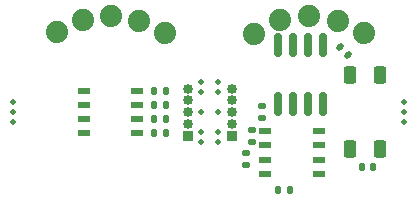
<source format=gbr>
%TF.GenerationSoftware,KiCad,Pcbnew,9.0.4*%
%TF.CreationDate,2025-12-16T21:44:14-08:00*%
%TF.ProjectId,Droplet,44726f70-6c65-4742-9e6b-696361645f70,rev?*%
%TF.SameCoordinates,Original*%
%TF.FileFunction,Soldermask,Top*%
%TF.FilePolarity,Negative*%
%FSLAX46Y46*%
G04 Gerber Fmt 4.6, Leading zero omitted, Abs format (unit mm)*
G04 Created by KiCad (PCBNEW 9.0.4) date 2025-12-16 21:44:14*
%MOMM*%
%LPD*%
G01*
G04 APERTURE LIST*
G04 Aperture macros list*
%AMRoundRect*
0 Rectangle with rounded corners*
0 $1 Rounding radius*
0 $2 $3 $4 $5 $6 $7 $8 $9 X,Y pos of 4 corners*
0 Add a 4 corners polygon primitive as box body*
4,1,4,$2,$3,$4,$5,$6,$7,$8,$9,$2,$3,0*
0 Add four circle primitives for the rounded corners*
1,1,$1+$1,$2,$3*
1,1,$1+$1,$4,$5*
1,1,$1+$1,$6,$7*
1,1,$1+$1,$8,$9*
0 Add four rect primitives between the rounded corners*
20,1,$1+$1,$2,$3,$4,$5,0*
20,1,$1+$1,$4,$5,$6,$7,0*
20,1,$1+$1,$6,$7,$8,$9,0*
20,1,$1+$1,$8,$9,$2,$3,0*%
G04 Aperture macros list end*
%ADD10RoundRect,0.135000X-0.135000X-0.185000X0.135000X-0.185000X0.135000X0.185000X-0.135000X0.185000X0*%
%ADD11R,0.850000X0.850000*%
%ADD12C,0.850000*%
%ADD13C,1.879600*%
%ADD14C,0.500000*%
%ADD15RoundRect,0.150000X-0.150000X0.825000X-0.150000X-0.825000X0.150000X-0.825000X0.150000X0.825000X0*%
%ADD16R,1.100000X0.540000*%
%ADD17RoundRect,0.135000X-0.185000X0.135000X-0.185000X-0.135000X0.185000X-0.135000X0.185000X0.135000X0*%
%ADD18RoundRect,0.275000X-0.275000X0.475000X-0.275000X-0.475000X0.275000X-0.475000X0.275000X0.475000X0*%
%ADD19RoundRect,0.135000X0.135000X0.185000X-0.135000X0.185000X-0.135000X-0.185000X0.135000X-0.185000X0*%
%ADD20RoundRect,0.140000X-0.219203X-0.021213X-0.021213X-0.219203X0.219203X0.021213X0.021213X0.219203X0*%
%ADD21RoundRect,0.135000X0.185000X-0.135000X0.185000X0.135000X-0.185000X0.135000X-0.185000X-0.135000X0*%
%ADD22RoundRect,0.140000X0.140000X0.170000X-0.140000X0.170000X-0.140000X-0.170000X0.140000X-0.170000X0*%
G04 APERTURE END LIST*
D10*
%TO.C,R7*%
X105213817Y-33822241D03*
X106233817Y-33822241D03*
%TD*%
D11*
%TO.C,J2*%
X111832825Y-36417001D03*
D12*
X111832825Y-35417001D03*
X111832825Y-34417001D03*
X111832825Y-33417001D03*
X111832825Y-32417001D03*
%TD*%
D13*
%TO.C,J8*%
X99200000Y-26600000D03*
%TD*%
D14*
%TO.C,REF\u002A\u002A*%
X126433825Y-33567000D03*
X126433825Y-34417000D03*
X126433825Y-35267000D03*
%TD*%
D15*
%TO.C,U1*%
X119579825Y-28767000D03*
X118309825Y-28767000D03*
X117039825Y-28767000D03*
X115769825Y-28767000D03*
X115769825Y-33717000D03*
X117039825Y-33717000D03*
X118309825Y-33717000D03*
X119579825Y-33717000D03*
%TD*%
D13*
%TO.C,J10*%
X104000000Y-26700000D03*
%TD*%
D16*
%TO.C,D1*%
X119172824Y-36031498D03*
X114652824Y-36031498D03*
X119172824Y-37231498D03*
X114652824Y-37231498D03*
X119172824Y-38431498D03*
X114652824Y-38431498D03*
X119172824Y-39631498D03*
X114652824Y-39631498D03*
%TD*%
D14*
%TO.C,REF\u002A\u002A*%
X109193825Y-36967000D03*
X110693825Y-36967000D03*
X109193825Y-36117000D03*
X110693825Y-36117000D03*
X109193825Y-34417000D03*
X110693825Y-34417000D03*
X109193825Y-32717000D03*
X110693825Y-32717000D03*
X109193825Y-31867000D03*
X110693825Y-31867000D03*
%TD*%
D13*
%TO.C,J12*%
X97000000Y-27600000D03*
%TD*%
%TO.C,J11*%
X101600000Y-26300000D03*
%TD*%
D17*
%TO.C,R2*%
X113500000Y-35890000D03*
X113500000Y-36910000D03*
%TD*%
D10*
%TO.C,R6*%
X105208284Y-35017318D03*
X106228284Y-35017318D03*
%TD*%
D13*
%TO.C,J4*%
X115900000Y-26600000D03*
%TD*%
D10*
%TO.C,R8*%
X105219460Y-32613600D03*
X106239460Y-32613600D03*
%TD*%
D17*
%TO.C,R3*%
X113030000Y-37894800D03*
X113030000Y-38914800D03*
%TD*%
D13*
%TO.C,J5*%
X113700000Y-27800000D03*
%TD*%
D18*
%TO.C,U2*%
X124405824Y-31252498D03*
X121865824Y-31252498D03*
X121865824Y-37552498D03*
X124405824Y-37552498D03*
%TD*%
D13*
%TO.C,J6*%
X120800000Y-26700000D03*
%TD*%
D14*
%TO.C,REF\u002A\u002A*%
X93290825Y-35267000D03*
X93290825Y-34417000D03*
X93290825Y-33567000D03*
%TD*%
D13*
%TO.C,J7*%
X123000000Y-27700000D03*
%TD*%
D19*
%TO.C,R5*%
X106226799Y-36220400D03*
X105206799Y-36220400D03*
%TD*%
D20*
%TO.C,C1*%
X120996389Y-28895989D03*
X121675211Y-29574811D03*
%TD*%
D16*
%TO.C,D2*%
X99289200Y-36217000D03*
X103809200Y-36217000D03*
X99289200Y-35017000D03*
X103809200Y-35017000D03*
X99289200Y-33817000D03*
X103809200Y-33817000D03*
X99289200Y-32617000D03*
X103809200Y-32617000D03*
%TD*%
D21*
%TO.C,R1*%
X114400000Y-34910000D03*
X114400000Y-33890000D03*
%TD*%
D13*
%TO.C,J9*%
X106200000Y-27700000D03*
%TD*%
D22*
%TO.C,C2*%
X123780000Y-39100000D03*
X122820000Y-39100000D03*
%TD*%
D19*
%TO.C,R4*%
X116791200Y-41046400D03*
X115771200Y-41046400D03*
%TD*%
D13*
%TO.C,J3*%
X118338600Y-26250000D03*
%TD*%
D11*
%TO.C,J1*%
X108077000Y-36417000D03*
D12*
X108077000Y-35417000D03*
X108077000Y-34417000D03*
X108077000Y-33417000D03*
X108077000Y-32417000D03*
%TD*%
M02*

</source>
